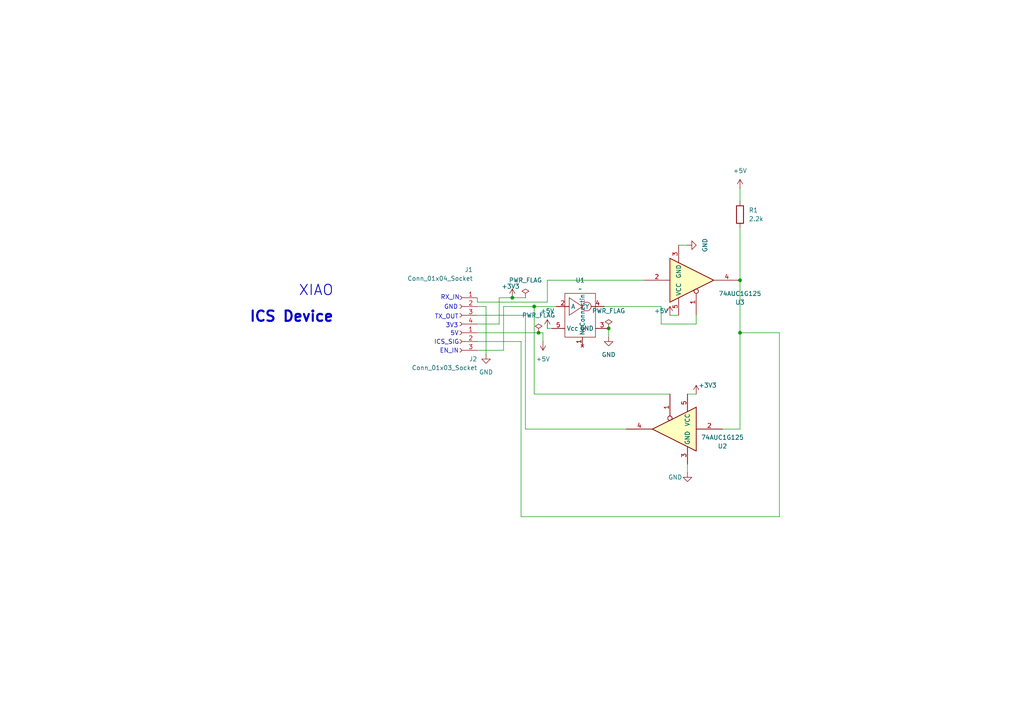
<source format=kicad_sch>
(kicad_sch
	(version 20250114)
	(generator "eeschema")
	(generator_version "9.0")
	(uuid "23dc0a84-efa5-47bb-93a6-eb98ed49fc37")
	(paper "A4")
	(lib_symbols
		(symbol "74xGxx:74AUC1G125"
			(exclude_from_sim no)
			(in_bom yes)
			(on_board yes)
			(property "Reference" "U"
				(at -2.54 3.81 0)
				(effects
					(font
						(size 1.27 1.27)
					)
				)
			)
			(property "Value" "74AUC1G125"
				(at 0 -3.81 0)
				(effects
					(font
						(size 1.27 1.27)
					)
				)
			)
			(property "Footprint" ""
				(at 0 0 0)
				(effects
					(font
						(size 1.27 1.27)
					)
					(hide yes)
				)
			)
			(property "Datasheet" "http://www.ti.com/lit/sg/scyt129e/scyt129e.pdf"
				(at 0 0 0)
				(effects
					(font
						(size 1.27 1.27)
					)
					(hide yes)
				)
			)
			(property "Description" "Single Buffer Gate Tri-State, Low-Voltage CMOS"
				(at 0 0 0)
				(effects
					(font
						(size 1.27 1.27)
					)
					(hide yes)
				)
			)
			(property "ki_keywords" "Single Gate Buff Tri-State LVC CMOS"
				(at 0 0 0)
				(effects
					(font
						(size 1.27 1.27)
					)
					(hide yes)
				)
			)
			(property "ki_fp_filters" "SOT* SG-*"
				(at 0 0 0)
				(effects
					(font
						(size 1.27 1.27)
					)
					(hide yes)
				)
			)
			(symbol "74AUC1G125_0_1"
				(polyline
					(pts
						(xy -7.62 6.35) (xy -7.62 -6.35) (xy 5.08 0) (xy -7.62 6.35)
					)
					(stroke
						(width 0.254)
						(type default)
					)
					(fill
						(type background)
					)
				)
			)
			(symbol "74AUC1G125_1_1"
				(pin input line
					(at -15.24 0 0)
					(length 7.62)
					(name "~"
						(effects
							(font
								(size 1.27 1.27)
							)
						)
					)
					(number "2"
						(effects
							(font
								(size 1.27 1.27)
							)
						)
					)
				)
				(pin power_in line
					(at -5.08 10.16 270)
					(length 5.08)
					(name "VCC"
						(effects
							(font
								(size 1.27 1.27)
							)
						)
					)
					(number "5"
						(effects
							(font
								(size 1.27 1.27)
							)
						)
					)
				)
				(pin power_in line
					(at -5.08 -10.16 90)
					(length 5.08)
					(name "GND"
						(effects
							(font
								(size 1.27 1.27)
							)
						)
					)
					(number "3"
						(effects
							(font
								(size 1.27 1.27)
							)
						)
					)
				)
				(pin input inverted
					(at 0 10.16 270)
					(length 7.62)
					(name "~"
						(effects
							(font
								(size 1.27 1.27)
							)
						)
					)
					(number "1"
						(effects
							(font
								(size 1.27 1.27)
							)
						)
					)
				)
				(pin tri_state line
					(at 12.7 0 180)
					(length 7.62)
					(name "~"
						(effects
							(font
								(size 1.27 1.27)
							)
						)
					)
					(number "4"
						(effects
							(font
								(size 1.27 1.27)
							)
						)
					)
				)
			)
			(embedded_fonts no)
		)
		(symbol "Connector:Conn_01x03_Socket"
			(pin_names
				(offset 1.016)
				(hide yes)
			)
			(exclude_from_sim no)
			(in_bom yes)
			(on_board yes)
			(property "Reference" "J"
				(at 0 5.08 0)
				(effects
					(font
						(size 1.27 1.27)
					)
				)
			)
			(property "Value" "Conn_01x03_Socket"
				(at 0 -5.08 0)
				(effects
					(font
						(size 1.27 1.27)
					)
				)
			)
			(property "Footprint" ""
				(at 0 0 0)
				(effects
					(font
						(size 1.27 1.27)
					)
					(hide yes)
				)
			)
			(property "Datasheet" "~"
				(at 0 0 0)
				(effects
					(font
						(size 1.27 1.27)
					)
					(hide yes)
				)
			)
			(property "Description" "Generic connector, single row, 01x03, script generated"
				(at 0 0 0)
				(effects
					(font
						(size 1.27 1.27)
					)
					(hide yes)
				)
			)
			(property "ki_locked" ""
				(at 0 0 0)
				(effects
					(font
						(size 1.27 1.27)
					)
				)
			)
			(property "ki_keywords" "connector"
				(at 0 0 0)
				(effects
					(font
						(size 1.27 1.27)
					)
					(hide yes)
				)
			)
			(property "ki_fp_filters" "Connector*:*_1x??_*"
				(at 0 0 0)
				(effects
					(font
						(size 1.27 1.27)
					)
					(hide yes)
				)
			)
			(symbol "Conn_01x03_Socket_1_1"
				(polyline
					(pts
						(xy -1.27 2.54) (xy -0.508 2.54)
					)
					(stroke
						(width 0.1524)
						(type default)
					)
					(fill
						(type none)
					)
				)
				(polyline
					(pts
						(xy -1.27 0) (xy -0.508 0)
					)
					(stroke
						(width 0.1524)
						(type default)
					)
					(fill
						(type none)
					)
				)
				(polyline
					(pts
						(xy -1.27 -2.54) (xy -0.508 -2.54)
					)
					(stroke
						(width 0.1524)
						(type default)
					)
					(fill
						(type none)
					)
				)
				(arc
					(start 0 2.032)
					(mid -0.5058 2.54)
					(end 0 3.048)
					(stroke
						(width 0.1524)
						(type default)
					)
					(fill
						(type none)
					)
				)
				(arc
					(start 0 -0.508)
					(mid -0.5058 0)
					(end 0 0.508)
					(stroke
						(width 0.1524)
						(type default)
					)
					(fill
						(type none)
					)
				)
				(arc
					(start 0 -3.048)
					(mid -0.5058 -2.54)
					(end 0 -2.032)
					(stroke
						(width 0.1524)
						(type default)
					)
					(fill
						(type none)
					)
				)
				(pin passive line
					(at -5.08 2.54 0)
					(length 3.81)
					(name "Pin_1"
						(effects
							(font
								(size 1.27 1.27)
							)
						)
					)
					(number "1"
						(effects
							(font
								(size 1.27 1.27)
							)
						)
					)
				)
				(pin passive line
					(at -5.08 0 0)
					(length 3.81)
					(name "Pin_2"
						(effects
							(font
								(size 1.27 1.27)
							)
						)
					)
					(number "2"
						(effects
							(font
								(size 1.27 1.27)
							)
						)
					)
				)
				(pin passive line
					(at -5.08 -2.54 0)
					(length 3.81)
					(name "Pin_3"
						(effects
							(font
								(size 1.27 1.27)
							)
						)
					)
					(number "3"
						(effects
							(font
								(size 1.27 1.27)
							)
						)
					)
				)
			)
			(embedded_fonts no)
		)
		(symbol "Connector:Conn_01x04_Socket"
			(pin_names
				(offset 1.016)
				(hide yes)
			)
			(exclude_from_sim no)
			(in_bom yes)
			(on_board yes)
			(property "Reference" "J"
				(at 0 5.08 0)
				(effects
					(font
						(size 1.27 1.27)
					)
				)
			)
			(property "Value" "Conn_01x04_Socket"
				(at 0 -7.62 0)
				(effects
					(font
						(size 1.27 1.27)
					)
				)
			)
			(property "Footprint" ""
				(at 0 0 0)
				(effects
					(font
						(size 1.27 1.27)
					)
					(hide yes)
				)
			)
			(property "Datasheet" "~"
				(at 0 0 0)
				(effects
					(font
						(size 1.27 1.27)
					)
					(hide yes)
				)
			)
			(property "Description" "Generic connector, single row, 01x04, script generated"
				(at 0 0 0)
				(effects
					(font
						(size 1.27 1.27)
					)
					(hide yes)
				)
			)
			(property "ki_locked" ""
				(at 0 0 0)
				(effects
					(font
						(size 1.27 1.27)
					)
				)
			)
			(property "ki_keywords" "connector"
				(at 0 0 0)
				(effects
					(font
						(size 1.27 1.27)
					)
					(hide yes)
				)
			)
			(property "ki_fp_filters" "Connector*:*_1x??_*"
				(at 0 0 0)
				(effects
					(font
						(size 1.27 1.27)
					)
					(hide yes)
				)
			)
			(symbol "Conn_01x04_Socket_1_1"
				(polyline
					(pts
						(xy -1.27 2.54) (xy -0.508 2.54)
					)
					(stroke
						(width 0.1524)
						(type default)
					)
					(fill
						(type none)
					)
				)
				(polyline
					(pts
						(xy -1.27 0) (xy -0.508 0)
					)
					(stroke
						(width 0.1524)
						(type default)
					)
					(fill
						(type none)
					)
				)
				(polyline
					(pts
						(xy -1.27 -2.54) (xy -0.508 -2.54)
					)
					(stroke
						(width 0.1524)
						(type default)
					)
					(fill
						(type none)
					)
				)
				(polyline
					(pts
						(xy -1.27 -5.08) (xy -0.508 -5.08)
					)
					(stroke
						(width 0.1524)
						(type default)
					)
					(fill
						(type none)
					)
				)
				(arc
					(start 0 2.032)
					(mid -0.5058 2.54)
					(end 0 3.048)
					(stroke
						(width 0.1524)
						(type default)
					)
					(fill
						(type none)
					)
				)
				(arc
					(start 0 -0.508)
					(mid -0.5058 0)
					(end 0 0.508)
					(stroke
						(width 0.1524)
						(type default)
					)
					(fill
						(type none)
					)
				)
				(arc
					(start 0 -3.048)
					(mid -0.5058 -2.54)
					(end 0 -2.032)
					(stroke
						(width 0.1524)
						(type default)
					)
					(fill
						(type none)
					)
				)
				(arc
					(start 0 -5.588)
					(mid -0.5058 -5.08)
					(end 0 -4.572)
					(stroke
						(width 0.1524)
						(type default)
					)
					(fill
						(type none)
					)
				)
				(pin passive line
					(at -5.08 2.54 0)
					(length 3.81)
					(name "Pin_1"
						(effects
							(font
								(size 1.27 1.27)
							)
						)
					)
					(number "1"
						(effects
							(font
								(size 1.27 1.27)
							)
						)
					)
				)
				(pin passive line
					(at -5.08 0 0)
					(length 3.81)
					(name "Pin_2"
						(effects
							(font
								(size 1.27 1.27)
							)
						)
					)
					(number "2"
						(effects
							(font
								(size 1.27 1.27)
							)
						)
					)
				)
				(pin passive line
					(at -5.08 -2.54 0)
					(length 3.81)
					(name "Pin_3"
						(effects
							(font
								(size 1.27 1.27)
							)
						)
					)
					(number "3"
						(effects
							(font
								(size 1.27 1.27)
							)
						)
					)
				)
				(pin passive line
					(at -5.08 -5.08 0)
					(length 3.81)
					(name "Pin_4"
						(effects
							(font
								(size 1.27 1.27)
							)
						)
					)
					(number "4"
						(effects
							(font
								(size 1.27 1.27)
							)
						)
					)
				)
			)
			(embedded_fonts no)
		)
		(symbol "Device:R"
			(pin_numbers
				(hide yes)
			)
			(pin_names
				(offset 0)
			)
			(exclude_from_sim no)
			(in_bom yes)
			(on_board yes)
			(property "Reference" "R"
				(at 2.032 0 90)
				(effects
					(font
						(size 1.27 1.27)
					)
				)
			)
			(property "Value" "R"
				(at 0 0 90)
				(effects
					(font
						(size 1.27 1.27)
					)
				)
			)
			(property "Footprint" ""
				(at -1.778 0 90)
				(effects
					(font
						(size 1.27 1.27)
					)
					(hide yes)
				)
			)
			(property "Datasheet" "~"
				(at 0 0 0)
				(effects
					(font
						(size 1.27 1.27)
					)
					(hide yes)
				)
			)
			(property "Description" "Resistor"
				(at 0 0 0)
				(effects
					(font
						(size 1.27 1.27)
					)
					(hide yes)
				)
			)
			(property "ki_keywords" "R res resistor"
				(at 0 0 0)
				(effects
					(font
						(size 1.27 1.27)
					)
					(hide yes)
				)
			)
			(property "ki_fp_filters" "R_*"
				(at 0 0 0)
				(effects
					(font
						(size 1.27 1.27)
					)
					(hide yes)
				)
			)
			(symbol "R_0_1"
				(rectangle
					(start -1.016 -2.54)
					(end 1.016 2.54)
					(stroke
						(width 0.254)
						(type default)
					)
					(fill
						(type none)
					)
				)
			)
			(symbol "R_1_1"
				(pin passive line
					(at 0 3.81 270)
					(length 1.27)
					(name "~"
						(effects
							(font
								(size 1.27 1.27)
							)
						)
					)
					(number "1"
						(effects
							(font
								(size 1.27 1.27)
							)
						)
					)
				)
				(pin passive line
					(at 0 -3.81 90)
					(length 1.27)
					(name "~"
						(effects
							(font
								(size 1.27 1.27)
							)
						)
					)
					(number "2"
						(effects
							(font
								(size 1.27 1.27)
							)
						)
					)
				)
			)
			(embedded_fonts no)
		)
		(symbol "ICS:74AHC1G04W5"
			(exclude_from_sim no)
			(in_bom yes)
			(on_board yes)
			(property "Reference" "U1"
				(at 0.635 10.16 0)
				(effects
					(font
						(size 1.27 1.27)
					)
				)
			)
			(property "Value" "~"
				(at 0.635 7.62 0)
				(effects
					(font
						(size 1.27 1.27)
					)
				)
			)
			(property "Footprint" "ICS_footprint:74AHC1G04W5"
				(at 0 0 0)
				(effects
					(font
						(size 1.27 1.27)
					)
					(hide yes)
				)
			)
			(property "Datasheet" ""
				(at 0 0 0)
				(effects
					(font
						(size 1.27 1.27)
					)
					(hide yes)
				)
			)
			(property "Description" ""
				(at 0 0 0)
				(effects
					(font
						(size 1.27 1.27)
					)
					(hide yes)
				)
			)
			(symbol "74AHC1G04W5_0_1"
				(rectangle
					(start -3.81 6.35)
					(end 5.08 -6.35)
					(stroke
						(width 0)
						(type default)
					)
					(fill
						(type none)
					)
				)
				(polyline
					(pts
						(xy -2.54 5.08) (xy -2.54 0) (xy 1.27 2.54) (xy -2.54 5.08)
					)
					(stroke
						(width 0)
						(type default)
					)
					(fill
						(type none)
					)
				)
				(circle
					(center 2.54 2.54)
					(radius 1.27)
					(stroke
						(width 0)
						(type default)
					)
					(fill
						(type none)
					)
				)
			)
			(symbol "74AHC1G04W5_1_1"
				(pin power_in line
					(at -7.62 -3.81 0)
					(length 3.81)
					(name "Vcc"
						(effects
							(font
								(size 1.27 1.27)
							)
						)
					)
					(number "5"
						(effects
							(font
								(size 1.27 1.27)
							)
						)
					)
				)
				(pin input line
					(at -6.35 2.54 0)
					(length 3.81)
					(name "A"
						(effects
							(font
								(size 1.27 1.27)
							)
						)
					)
					(number "2"
						(effects
							(font
								(size 1.27 1.27)
							)
						)
					)
				)
				(pin no_connect line
					(at 1.27 -8.89 90)
					(length 2.54)
					(name "NoConnectin"
						(effects
							(font
								(size 1.27 1.27)
							)
						)
					)
					(number "1"
						(effects
							(font
								(size 1.27 1.27)
							)
						)
					)
				)
				(pin output line
					(at 7.62 2.54 180)
					(length 3.81)
					(name "Y"
						(effects
							(font
								(size 1.27 1.27)
							)
						)
					)
					(number "4"
						(effects
							(font
								(size 1.27 1.27)
							)
						)
					)
				)
				(pin passive line
					(at 8.89 -3.81 180)
					(length 3.81)
					(name "GND"
						(effects
							(font
								(size 1.27 1.27)
							)
						)
					)
					(number "3"
						(effects
							(font
								(size 1.27 1.27)
							)
						)
					)
				)
			)
			(embedded_fonts no)
		)
		(symbol "power:+3V3"
			(power)
			(pin_numbers
				(hide yes)
			)
			(pin_names
				(offset 0)
				(hide yes)
			)
			(exclude_from_sim no)
			(in_bom yes)
			(on_board yes)
			(property "Reference" "#PWR"
				(at 0 -3.81 0)
				(effects
					(font
						(size 1.27 1.27)
					)
					(hide yes)
				)
			)
			(property "Value" "+3V3"
				(at 0 3.556 0)
				(effects
					(font
						(size 1.27 1.27)
					)
				)
			)
			(property "Footprint" ""
				(at 0 0 0)
				(effects
					(font
						(size 1.27 1.27)
					)
					(hide yes)
				)
			)
			(property "Datasheet" ""
				(at 0 0 0)
				(effects
					(font
						(size 1.27 1.27)
					)
					(hide yes)
				)
			)
			(property "Description" "Power symbol creates a global label with name \"+3V3\""
				(at 0 0 0)
				(effects
					(font
						(size 1.27 1.27)
					)
					(hide yes)
				)
			)
			(property "ki_keywords" "global power"
				(at 0 0 0)
				(effects
					(font
						(size 1.27 1.27)
					)
					(hide yes)
				)
			)
			(symbol "+3V3_0_1"
				(polyline
					(pts
						(xy -0.762 1.27) (xy 0 2.54)
					)
					(stroke
						(width 0)
						(type default)
					)
					(fill
						(type none)
					)
				)
				(polyline
					(pts
						(xy 0 2.54) (xy 0.762 1.27)
					)
					(stroke
						(width 0)
						(type default)
					)
					(fill
						(type none)
					)
				)
				(polyline
					(pts
						(xy 0 0) (xy 0 2.54)
					)
					(stroke
						(width 0)
						(type default)
					)
					(fill
						(type none)
					)
				)
			)
			(symbol "+3V3_1_1"
				(pin power_in line
					(at 0 0 90)
					(length 0)
					(name "~"
						(effects
							(font
								(size 1.27 1.27)
							)
						)
					)
					(number "1"
						(effects
							(font
								(size 1.27 1.27)
							)
						)
					)
				)
			)
			(embedded_fonts no)
		)
		(symbol "power:+5V"
			(power)
			(pin_numbers
				(hide yes)
			)
			(pin_names
				(offset 0)
				(hide yes)
			)
			(exclude_from_sim no)
			(in_bom yes)
			(on_board yes)
			(property "Reference" "#PWR"
				(at 0 -3.81 0)
				(effects
					(font
						(size 1.27 1.27)
					)
					(hide yes)
				)
			)
			(property "Value" "+5V"
				(at 0 3.556 0)
				(effects
					(font
						(size 1.27 1.27)
					)
				)
			)
			(property "Footprint" ""
				(at 0 0 0)
				(effects
					(font
						(size 1.27 1.27)
					)
					(hide yes)
				)
			)
			(property "Datasheet" ""
				(at 0 0 0)
				(effects
					(font
						(size 1.27 1.27)
					)
					(hide yes)
				)
			)
			(property "Description" "Power symbol creates a global label with name \"+5V\""
				(at 0 0 0)
				(effects
					(font
						(size 1.27 1.27)
					)
					(hide yes)
				)
			)
			(property "ki_keywords" "global power"
				(at 0 0 0)
				(effects
					(font
						(size 1.27 1.27)
					)
					(hide yes)
				)
			)
			(symbol "+5V_0_1"
				(polyline
					(pts
						(xy -0.762 1.27) (xy 0 2.54)
					)
					(stroke
						(width 0)
						(type default)
					)
					(fill
						(type none)
					)
				)
				(polyline
					(pts
						(xy 0 2.54) (xy 0.762 1.27)
					)
					(stroke
						(width 0)
						(type default)
					)
					(fill
						(type none)
					)
				)
				(polyline
					(pts
						(xy 0 0) (xy 0 2.54)
					)
					(stroke
						(width 0)
						(type default)
					)
					(fill
						(type none)
					)
				)
			)
			(symbol "+5V_1_1"
				(pin power_in line
					(at 0 0 90)
					(length 0)
					(name "~"
						(effects
							(font
								(size 1.27 1.27)
							)
						)
					)
					(number "1"
						(effects
							(font
								(size 1.27 1.27)
							)
						)
					)
				)
			)
			(embedded_fonts no)
		)
		(symbol "power:GND"
			(power)
			(pin_numbers
				(hide yes)
			)
			(pin_names
				(offset 0)
				(hide yes)
			)
			(exclude_from_sim no)
			(in_bom yes)
			(on_board yes)
			(property "Reference" "#PWR"
				(at 0 -6.35 0)
				(effects
					(font
						(size 1.27 1.27)
					)
					(hide yes)
				)
			)
			(property "Value" "GND"
				(at 0 -3.81 0)
				(effects
					(font
						(size 1.27 1.27)
					)
				)
			)
			(property "Footprint" ""
				(at 0 0 0)
				(effects
					(font
						(size 1.27 1.27)
					)
					(hide yes)
				)
			)
			(property "Datasheet" ""
				(at 0 0 0)
				(effects
					(font
						(size 1.27 1.27)
					)
					(hide yes)
				)
			)
			(property "Description" "Power symbol creates a global label with name \"GND\" , ground"
				(at 0 0 0)
				(effects
					(font
						(size 1.27 1.27)
					)
					(hide yes)
				)
			)
			(property "ki_keywords" "global power"
				(at 0 0 0)
				(effects
					(font
						(size 1.27 1.27)
					)
					(hide yes)
				)
			)
			(symbol "GND_0_1"
				(polyline
					(pts
						(xy 0 0) (xy 0 -1.27) (xy 1.27 -1.27) (xy 0 -2.54) (xy -1.27 -1.27) (xy 0 -1.27)
					)
					(stroke
						(width 0)
						(type default)
					)
					(fill
						(type none)
					)
				)
			)
			(symbol "GND_1_1"
				(pin power_in line
					(at 0 0 270)
					(length 0)
					(name "~"
						(effects
							(font
								(size 1.27 1.27)
							)
						)
					)
					(number "1"
						(effects
							(font
								(size 1.27 1.27)
							)
						)
					)
				)
			)
			(embedded_fonts no)
		)
		(symbol "power:PWR_FLAG"
			(power)
			(pin_numbers
				(hide yes)
			)
			(pin_names
				(offset 0)
				(hide yes)
			)
			(exclude_from_sim no)
			(in_bom yes)
			(on_board yes)
			(property "Reference" "#FLG"
				(at 0 1.905 0)
				(effects
					(font
						(size 1.27 1.27)
					)
					(hide yes)
				)
			)
			(property "Value" "PWR_FLAG"
				(at 0 3.81 0)
				(effects
					(font
						(size 1.27 1.27)
					)
				)
			)
			(property "Footprint" ""
				(at 0 0 0)
				(effects
					(font
						(size 1.27 1.27)
					)
					(hide yes)
				)
			)
			(property "Datasheet" "~"
				(at 0 0 0)
				(effects
					(font
						(size 1.27 1.27)
					)
					(hide yes)
				)
			)
			(property "Description" "Special symbol for telling ERC where power comes from"
				(at 0 0 0)
				(effects
					(font
						(size 1.27 1.27)
					)
					(hide yes)
				)
			)
			(property "ki_keywords" "flag power"
				(at 0 0 0)
				(effects
					(font
						(size 1.27 1.27)
					)
					(hide yes)
				)
			)
			(symbol "PWR_FLAG_0_0"
				(pin power_out line
					(at 0 0 90)
					(length 0)
					(name "~"
						(effects
							(font
								(size 1.27 1.27)
							)
						)
					)
					(number "1"
						(effects
							(font
								(size 1.27 1.27)
							)
						)
					)
				)
			)
			(symbol "PWR_FLAG_0_1"
				(polyline
					(pts
						(xy 0 0) (xy 0 1.27) (xy -1.016 1.905) (xy 0 2.54) (xy 1.016 1.905) (xy 0 1.27)
					)
					(stroke
						(width 0)
						(type default)
					)
					(fill
						(type none)
					)
				)
			)
			(embedded_fonts no)
		)
	)
	(text "5V"
		(exclude_from_sim no)
		(at 131.826 96.774 0)
		(effects
			(font
				(size 1.27 1.27)
			)
		)
		(uuid "2319eb81-973a-4887-8b2d-72b031a8ebad")
	)
	(text "TX_OUT"
		(exclude_from_sim no)
		(at 129.54 91.948 0)
		(effects
			(font
				(size 1.27 1.27)
			)
		)
		(uuid "51522f6c-650a-46cf-9858-be41bf8ef4ce")
	)
	(text "EN_IN"
		(exclude_from_sim no)
		(at 130.302 101.854 0)
		(effects
			(font
				(size 1.27 1.27)
			)
		)
		(uuid "74ef984a-017a-421b-9bbc-9b96e1e8d937")
	)
	(text "GND"
		(exclude_from_sim no)
		(at 130.81 89.154 0)
		(effects
			(font
				(size 1.27 1.27)
			)
		)
		(uuid "786c8a78-887c-4150-b199-3ca8f5e51635")
	)
	(text "RX_IN"
		(exclude_from_sim no)
		(at 130.556 86.36 0)
		(effects
			(font
				(size 1.27 1.27)
			)
		)
		(uuid "7918d182-911e-4bc2-9ba0-779cc607c1be")
	)
	(text "ICS_SIG"
		(exclude_from_sim no)
		(at 129.54 99.314 0)
		(effects
			(font
				(size 1.27 1.27)
			)
		)
		(uuid "81ce8e92-9739-4ba1-980d-236ac113fea0")
	)
	(text "ICS Device"
		(exclude_from_sim no)
		(at 84.582 91.948 0)
		(effects
			(font
				(size 3 3)
				(thickness 0.6)
				(bold yes)
			)
		)
		(uuid "cf7ca878-3a84-43c4-96a4-6a4159872c39")
	)
	(text "3V3"
		(exclude_from_sim no)
		(at 131.064 94.488 0)
		(effects
			(font
				(size 1.27 1.27)
			)
		)
		(uuid "d05e942c-0255-4c24-ba36-3a8701201aa1")
	)
	(text "XIAO"
		(exclude_from_sim no)
		(at 91.694 84.328 0)
		(effects
			(font
				(size 3 3)
				(thickness 0.254)
				(bold yes)
			)
		)
		(uuid "fd6376e3-82de-412d-a53e-bb24cf213aa6")
	)
	(junction
		(at 154.94 88.9)
		(diameter 0)
		(color 0 0 0 0)
		(uuid "190776e9-2219-47c7-8173-734679cce092")
	)
	(junction
		(at 156.21 96.52)
		(diameter 0)
		(color 0 0 0 0)
		(uuid "21f3642d-66d0-426c-86f2-21c28e9bc9f6")
	)
	(junction
		(at 176.53 95.25)
		(diameter 0)
		(color 0 0 0 0)
		(uuid "44479d74-66dd-4e41-ba0a-bb7a3655c3cf")
	)
	(junction
		(at 214.63 96.52)
		(diameter 0)
		(color 0 0 0 0)
		(uuid "785d2f8a-a2d9-4f2f-93a3-5c981018a0ec")
	)
	(junction
		(at 214.63 81.28)
		(diameter 0)
		(color 0 0 0 0)
		(uuid "7be748ee-efdb-43bc-9778-55f87d70d3c8")
	)
	(junction
		(at 148.59 86.36)
		(diameter 0)
		(color 0 0 0 0)
		(uuid "8e62824d-5756-4f87-9644-a1edf58828d6")
	)
	(wire
		(pts
			(xy 176.53 95.25) (xy 176.53 97.79)
		)
		(stroke
			(width 0)
			(type default)
		)
		(uuid "0255b622-17c4-417f-bcce-91fb7ec9d7e8")
	)
	(wire
		(pts
			(xy 201.93 93.98) (xy 201.93 91.44)
		)
		(stroke
			(width 0)
			(type default)
		)
		(uuid "0f789490-07b5-4bef-9282-565cc356a583")
	)
	(wire
		(pts
			(xy 138.43 87.63) (xy 158.75 87.63)
		)
		(stroke
			(width 0)
			(type default)
		)
		(uuid "122dece3-44e0-4f9f-8021-7367ffa3de54")
	)
	(wire
		(pts
			(xy 209.55 124.46) (xy 214.63 124.46)
		)
		(stroke
			(width 0)
			(type default)
		)
		(uuid "12f8cc99-8334-4d30-ae82-badbf49ed356")
	)
	(wire
		(pts
			(xy 144.78 93.98) (xy 144.78 86.36)
		)
		(stroke
			(width 0)
			(type default)
		)
		(uuid "15376405-0ed2-4a15-b4f5-5e4eec75cb23")
	)
	(wire
		(pts
			(xy 138.43 91.44) (xy 152.4 91.44)
		)
		(stroke
			(width 0)
			(type default)
		)
		(uuid "18453a19-67d1-406c-8e70-f6fb38f0fb34")
	)
	(wire
		(pts
			(xy 144.78 86.36) (xy 148.59 86.36)
		)
		(stroke
			(width 0)
			(type default)
		)
		(uuid "235b6b1c-f41b-41bd-834f-6a58c5c06275")
	)
	(wire
		(pts
			(xy 157.48 96.52) (xy 157.48 99.06)
		)
		(stroke
			(width 0)
			(type default)
		)
		(uuid "25b99a5c-d855-4205-9d3f-a3e6eab6c96a")
	)
	(wire
		(pts
			(xy 214.63 96.52) (xy 214.63 124.46)
		)
		(stroke
			(width 0)
			(type default)
		)
		(uuid "2898dc4f-d429-44a1-a841-02b4c9761d8d")
	)
	(wire
		(pts
			(xy 158.75 95.25) (xy 160.02 95.25)
		)
		(stroke
			(width 0)
			(type default)
		)
		(uuid "2f12bac2-ed52-4704-afc1-66516fc774f7")
	)
	(wire
		(pts
			(xy 138.43 87.63) (xy 138.43 86.36)
		)
		(stroke
			(width 0)
			(type default)
		)
		(uuid "33d7c080-49dc-4501-bb44-bef1c89aa0ca")
	)
	(wire
		(pts
			(xy 199.39 134.62) (xy 199.39 137.16)
		)
		(stroke
			(width 0)
			(type default)
		)
		(uuid "371b622c-6b65-435e-9cec-9bc09342df0c")
	)
	(wire
		(pts
			(xy 214.63 81.28) (xy 214.63 96.52)
		)
		(stroke
			(width 0)
			(type default)
		)
		(uuid "377890a1-7be0-44a4-be64-a0127db112ec")
	)
	(wire
		(pts
			(xy 140.97 88.9) (xy 140.97 102.87)
		)
		(stroke
			(width 0)
			(type default)
		)
		(uuid "42522f3a-1f44-4847-a9ee-bc8f5dfccd89")
	)
	(wire
		(pts
			(xy 151.13 99.06) (xy 151.13 149.86)
		)
		(stroke
			(width 0)
			(type default)
		)
		(uuid "4e3ffd6c-6610-449d-8b4d-42e89b91969a")
	)
	(wire
		(pts
			(xy 158.75 81.28) (xy 158.75 87.63)
		)
		(stroke
			(width 0)
			(type default)
		)
		(uuid "516ec63c-1b5f-4ea4-afb1-202352b40c89")
	)
	(wire
		(pts
			(xy 138.43 96.52) (xy 156.21 96.52)
		)
		(stroke
			(width 0)
			(type default)
		)
		(uuid "53fa4bc2-dee8-44f1-b9d0-bd1efdda7d54")
	)
	(wire
		(pts
			(xy 148.59 86.36) (xy 152.4 86.36)
		)
		(stroke
			(width 0)
			(type default)
		)
		(uuid "5caf49d6-f651-448a-a04c-eb8041083123")
	)
	(wire
		(pts
			(xy 156.21 96.52) (xy 157.48 96.52)
		)
		(stroke
			(width 0)
			(type default)
		)
		(uuid "5d692658-8680-4b12-82b5-0950c09cf060")
	)
	(wire
		(pts
			(xy 138.43 88.9) (xy 140.97 88.9)
		)
		(stroke
			(width 0)
			(type default)
		)
		(uuid "60f6abfa-41f4-4df0-ad54-053b828dff34")
	)
	(wire
		(pts
			(xy 181.61 124.46) (xy 152.4 124.46)
		)
		(stroke
			(width 0)
			(type default)
		)
		(uuid "6c2799a2-7712-456f-843c-30d4c037e00a")
	)
	(wire
		(pts
			(xy 138.43 99.06) (xy 151.13 99.06)
		)
		(stroke
			(width 0)
			(type default)
		)
		(uuid "7524620c-a574-4c6c-a07e-e013d1942af0")
	)
	(wire
		(pts
			(xy 196.85 71.12) (xy 199.39 71.12)
		)
		(stroke
			(width 0)
			(type default)
		)
		(uuid "78878a8e-8d2c-46fb-ae95-6c14087f1215")
	)
	(wire
		(pts
			(xy 226.06 149.86) (xy 226.06 96.52)
		)
		(stroke
			(width 0)
			(type default)
		)
		(uuid "844aefe4-1696-4701-ba05-183c46bc26b4")
	)
	(wire
		(pts
			(xy 191.77 93.98) (xy 201.93 93.98)
		)
		(stroke
			(width 0)
			(type default)
		)
		(uuid "88dbb816-dbcb-45a3-8b93-61e10ba522b5")
	)
	(wire
		(pts
			(xy 226.06 96.52) (xy 214.63 96.52)
		)
		(stroke
			(width 0)
			(type default)
		)
		(uuid "8a317429-dcaa-4e88-8e61-c35e3509fc1c")
	)
	(wire
		(pts
			(xy 138.43 93.98) (xy 144.78 93.98)
		)
		(stroke
			(width 0)
			(type default)
		)
		(uuid "9747bb1e-c118-46b6-a64e-684efeb9eac0")
	)
	(wire
		(pts
			(xy 191.77 88.9) (xy 191.77 93.98)
		)
		(stroke
			(width 0)
			(type default)
		)
		(uuid "9c406912-9a40-4d9a-aff9-721e1b9ff263")
	)
	(wire
		(pts
			(xy 154.94 88.9) (xy 154.94 114.3)
		)
		(stroke
			(width 0)
			(type default)
		)
		(uuid "a23506a5-bd37-42ec-87e0-0161193a7cba")
	)
	(wire
		(pts
			(xy 146.05 88.9) (xy 146.05 101.6)
		)
		(stroke
			(width 0)
			(type default)
		)
		(uuid "a314b77f-a6f1-44e9-8685-56f6bb4fcab2")
	)
	(wire
		(pts
			(xy 146.05 88.9) (xy 154.94 88.9)
		)
		(stroke
			(width 0)
			(type default)
		)
		(uuid "a4e0e4a3-30e6-4794-86ec-515ec8365f98")
	)
	(wire
		(pts
			(xy 154.94 88.9) (xy 161.29 88.9)
		)
		(stroke
			(width 0)
			(type default)
		)
		(uuid "b95b92a3-8637-4e8d-bb00-bda767eb2b9f")
	)
	(wire
		(pts
			(xy 214.63 54.61) (xy 214.63 58.42)
		)
		(stroke
			(width 0)
			(type default)
		)
		(uuid "c3dc55d7-a7d8-469b-9e52-0a647ea245c2")
	)
	(wire
		(pts
			(xy 194.31 91.44) (xy 196.85 91.44)
		)
		(stroke
			(width 0)
			(type default)
		)
		(uuid "c65c026e-33db-4afa-ab33-be9dba6963cf")
	)
	(wire
		(pts
			(xy 194.31 114.3) (xy 154.94 114.3)
		)
		(stroke
			(width 0)
			(type default)
		)
		(uuid "c7e3aed9-f022-4265-b438-14f4e9496020")
	)
	(wire
		(pts
			(xy 158.75 81.28) (xy 186.69 81.28)
		)
		(stroke
			(width 0)
			(type default)
		)
		(uuid "cf143bbd-b559-4c35-a110-d07ac73d8e42")
	)
	(wire
		(pts
			(xy 214.63 66.04) (xy 214.63 81.28)
		)
		(stroke
			(width 0)
			(type default)
		)
		(uuid "eba2f800-c087-457c-8b0d-37b7fb9e86d8")
	)
	(wire
		(pts
			(xy 152.4 91.44) (xy 152.4 124.46)
		)
		(stroke
			(width 0)
			(type default)
		)
		(uuid "f475c76b-92dc-4af4-af5a-3ab1fffe766d")
	)
	(wire
		(pts
			(xy 199.39 114.3) (xy 201.93 114.3)
		)
		(stroke
			(width 0)
			(type default)
		)
		(uuid "f6614aa9-dc2f-4c73-a156-a6c01812aaa5")
	)
	(wire
		(pts
			(xy 175.26 88.9) (xy 191.77 88.9)
		)
		(stroke
			(width 0)
			(type default)
		)
		(uuid "f675c6d0-81c4-43bb-9cc2-643c582ee9ac")
	)
	(wire
		(pts
			(xy 146.05 101.6) (xy 138.43 101.6)
		)
		(stroke
			(width 0)
			(type default)
		)
		(uuid "fe1297fb-0789-49d3-b32e-87be92385e43")
	)
	(wire
		(pts
			(xy 151.13 149.86) (xy 226.06 149.86)
		)
		(stroke
			(width 0)
			(type default)
		)
		(uuid "ffbeecb5-788f-476a-a4e7-577a2f2f643f")
	)
	(symbol
		(lib_id "power:+5V")
		(at 157.48 99.06 180)
		(unit 1)
		(exclude_from_sim no)
		(in_bom yes)
		(on_board yes)
		(dnp no)
		(fields_autoplaced yes)
		(uuid "13792181-e61f-42c4-a22e-c8067a31560a")
		(property "Reference" "#PWR03"
			(at 157.48 95.25 0)
			(effects
				(font
					(size 1.27 1.27)
				)
				(hide yes)
			)
		)
		(property "Value" "+5V"
			(at 157.48 104.14 0)
			(effects
				(font
					(size 1.27 1.27)
				)
			)
		)
		(property "Footprint" ""
			(at 157.48 99.06 0)
			(effects
				(font
					(size 1.27 1.27)
				)
				(hide yes)
			)
		)
		(property "Datasheet" ""
			(at 157.48 99.06 0)
			(effects
				(font
					(size 1.27 1.27)
				)
				(hide yes)
			)
		)
		(property "Description" "Power symbol creates a global label with name \"+5V\""
			(at 157.48 99.06 0)
			(effects
				(font
					(size 1.27 1.27)
				)
				(hide yes)
			)
		)
		(pin "1"
			(uuid "f0058c4e-cb5e-463c-a080-8111fdf6093c")
		)
		(instances
			(project "ICS"
				(path "/23dc0a84-efa5-47bb-93a6-eb98ed49fc37"
					(reference "#PWR03")
					(unit 1)
				)
			)
		)
	)
	(symbol
		(lib_id "power:GND")
		(at 176.53 97.79 0)
		(unit 1)
		(exclude_from_sim no)
		(in_bom yes)
		(on_board yes)
		(dnp no)
		(fields_autoplaced yes)
		(uuid "22af0181-b73c-4ed2-9762-121a8c2e8593")
		(property "Reference" "#PWR05"
			(at 176.53 104.14 0)
			(effects
				(font
					(size 1.27 1.27)
				)
				(hide yes)
			)
		)
		(property "Value" "GND"
			(at 176.53 102.87 0)
			(effects
				(font
					(size 1.27 1.27)
				)
			)
		)
		(property "Footprint" ""
			(at 176.53 97.79 0)
			(effects
				(font
					(size 1.27 1.27)
				)
				(hide yes)
			)
		)
		(property "Datasheet" ""
			(at 176.53 97.79 0)
			(effects
				(font
					(size 1.27 1.27)
				)
				(hide yes)
			)
		)
		(property "Description" "Power symbol creates a global label with name \"GND\" , ground"
			(at 176.53 97.79 0)
			(effects
				(font
					(size 1.27 1.27)
				)
				(hide yes)
			)
		)
		(pin "1"
			(uuid "eaa4b2d4-3da2-4293-bac7-ffab035c58e8")
		)
		(instances
			(project "ICS"
				(path "/23dc0a84-efa5-47bb-93a6-eb98ed49fc37"
					(reference "#PWR05")
					(unit 1)
				)
			)
		)
	)
	(symbol
		(lib_id "74xGxx:74AUC1G125")
		(at 201.93 81.28 0)
		(mirror x)
		(unit 1)
		(exclude_from_sim no)
		(in_bom yes)
		(on_board yes)
		(dnp no)
		(uuid "24100491-6655-4f40-902c-f9404041e0b5")
		(property "Reference" "U3"
			(at 214.63 87.7002 0)
			(effects
				(font
					(size 1.27 1.27)
				)
			)
		)
		(property "Value" "74AUC1G125"
			(at 214.63 85.1602 0)
			(effects
				(font
					(size 1.27 1.27)
				)
			)
		)
		(property "Footprint" "ICS_footprint:74AHC1G04W5"
			(at 201.93 81.28 0)
			(effects
				(font
					(size 1.27 1.27)
				)
				(hide yes)
			)
		)
		(property "Datasheet" "http://www.ti.com/lit/sg/scyt129e/scyt129e.pdf"
			(at 201.93 81.28 0)
			(effects
				(font
					(size 1.27 1.27)
				)
				(hide yes)
			)
		)
		(property "Description" "Single Buffer Gate Tri-State, Low-Voltage CMOS"
			(at 201.93 81.28 0)
			(effects
				(font
					(size 1.27 1.27)
				)
				(hide yes)
			)
		)
		(pin "5"
			(uuid "c1bd8c67-f437-4bc2-baba-6552ceac9b0b")
		)
		(pin "3"
			(uuid "ccc2654b-32ca-450f-91d9-5ae66c78dfd6")
		)
		(pin "2"
			(uuid "df1314ae-3da7-4da0-8951-b376febec66b")
		)
		(pin "1"
			(uuid "9aeef13d-5354-4a00-840e-77f610099569")
		)
		(pin "4"
			(uuid "495de616-1d84-4611-851b-64c389ec615f")
		)
		(instances
			(project ""
				(path "/23dc0a84-efa5-47bb-93a6-eb98ed49fc37"
					(reference "U3")
					(unit 1)
				)
			)
		)
	)
	(symbol
		(lib_id "power:GND")
		(at 140.97 102.87 0)
		(unit 1)
		(exclude_from_sim no)
		(in_bom yes)
		(on_board yes)
		(dnp no)
		(fields_autoplaced yes)
		(uuid "2818e667-8020-4b71-9fe9-cb9add07bfd7")
		(property "Reference" "#PWR01"
			(at 140.97 109.22 0)
			(effects
				(font
					(size 1.27 1.27)
				)
				(hide yes)
			)
		)
		(property "Value" "GND"
			(at 140.97 107.95 0)
			(effects
				(font
					(size 1.27 1.27)
				)
			)
		)
		(property "Footprint" ""
			(at 140.97 102.87 0)
			(effects
				(font
					(size 1.27 1.27)
				)
				(hide yes)
			)
		)
		(property "Datasheet" ""
			(at 140.97 102.87 0)
			(effects
				(font
					(size 1.27 1.27)
				)
				(hide yes)
			)
		)
		(property "Description" "Power symbol creates a global label with name \"GND\" , ground"
			(at 140.97 102.87 0)
			(effects
				(font
					(size 1.27 1.27)
				)
				(hide yes)
			)
		)
		(pin "1"
			(uuid "d02a1bbf-cf55-4d54-a0d5-8bb1a017af90")
		)
		(instances
			(project "ICS"
				(path "/23dc0a84-efa5-47bb-93a6-eb98ed49fc37"
					(reference "#PWR01")
					(unit 1)
				)
			)
		)
	)
	(symbol
		(lib_id "power:+3V3")
		(at 148.59 86.36 0)
		(unit 1)
		(exclude_from_sim no)
		(in_bom yes)
		(on_board yes)
		(dnp no)
		(uuid "386c6d13-89ed-47d1-9693-8c7ec4219d9c")
		(property "Reference" "#PWR02"
			(at 148.59 90.17 0)
			(effects
				(font
					(size 1.27 1.27)
				)
				(hide yes)
			)
		)
		(property "Value" "+3V3"
			(at 148.082 83.058 0)
			(effects
				(font
					(size 1.27 1.27)
				)
			)
		)
		(property "Footprint" ""
			(at 148.59 86.36 0)
			(effects
				(font
					(size 1.27 1.27)
				)
				(hide yes)
			)
		)
		(property "Datasheet" ""
			(at 148.59 86.36 0)
			(effects
				(font
					(size 1.27 1.27)
				)
				(hide yes)
			)
		)
		(property "Description" "Power symbol creates a global label with name \"+3V3\""
			(at 148.59 86.36 0)
			(effects
				(font
					(size 1.27 1.27)
				)
				(hide yes)
			)
		)
		(pin "1"
			(uuid "b9ee476c-66cb-4684-ba3e-90e0ded404e5")
		)
		(instances
			(project "ICS"
				(path "/23dc0a84-efa5-47bb-93a6-eb98ed49fc37"
					(reference "#PWR02")
					(unit 1)
				)
			)
		)
	)
	(symbol
		(lib_id "power:+5V")
		(at 194.31 91.44 0)
		(unit 1)
		(exclude_from_sim no)
		(in_bom yes)
		(on_board yes)
		(dnp no)
		(uuid "46d3afbd-c8a0-49fe-a3bc-a2429107ea9e")
		(property "Reference" "#PWR06"
			(at 194.31 95.25 0)
			(effects
				(font
					(size 1.27 1.27)
				)
				(hide yes)
			)
		)
		(property "Value" "+5V"
			(at 191.77 90.17 0)
			(effects
				(font
					(size 1.27 1.27)
				)
			)
		)
		(property "Footprint" ""
			(at 194.31 91.44 0)
			(effects
				(font
					(size 1.27 1.27)
				)
				(hide yes)
			)
		)
		(property "Datasheet" ""
			(at 194.31 91.44 0)
			(effects
				(font
					(size 1.27 1.27)
				)
				(hide yes)
			)
		)
		(property "Description" "Power symbol creates a global label with name \"+5V\""
			(at 194.31 91.44 0)
			(effects
				(font
					(size 1.27 1.27)
				)
				(hide yes)
			)
		)
		(pin "1"
			(uuid "ed4bc612-0541-49a4-bfd4-64908f0d078c")
		)
		(instances
			(project "ICS"
				(path "/23dc0a84-efa5-47bb-93a6-eb98ed49fc37"
					(reference "#PWR06")
					(unit 1)
				)
			)
		)
	)
	(symbol
		(lib_id "power:PWR_FLAG")
		(at 152.4 86.36 0)
		(unit 1)
		(exclude_from_sim no)
		(in_bom yes)
		(on_board yes)
		(dnp no)
		(fields_autoplaced yes)
		(uuid "4a04eebe-2548-4d26-8101-2a7a4a35fad1")
		(property "Reference" "#FLG01"
			(at 152.4 84.455 0)
			(effects
				(font
					(size 1.27 1.27)
				)
				(hide yes)
			)
		)
		(property "Value" "PWR_FLAG"
			(at 152.4 81.28 0)
			(effects
				(font
					(size 1.27 1.27)
				)
			)
		)
		(property "Footprint" ""
			(at 152.4 86.36 0)
			(effects
				(font
					(size 1.27 1.27)
				)
				(hide yes)
			)
		)
		(property "Datasheet" "~"
			(at 152.4 86.36 0)
			(effects
				(font
					(size 1.27 1.27)
				)
				(hide yes)
			)
		)
		(property "Description" "Special symbol for telling ERC where power comes from"
			(at 152.4 86.36 0)
			(effects
				(font
					(size 1.27 1.27)
				)
				(hide yes)
			)
		)
		(pin "1"
			(uuid "ba5e7185-8b1c-463d-a763-52854907d347")
		)
		(instances
			(project ""
				(path "/23dc0a84-efa5-47bb-93a6-eb98ed49fc37"
					(reference "#FLG01")
					(unit 1)
				)
			)
		)
	)
	(symbol
		(lib_id "power:+5V")
		(at 214.63 54.61 0)
		(unit 1)
		(exclude_from_sim no)
		(in_bom yes)
		(on_board yes)
		(dnp no)
		(fields_autoplaced yes)
		(uuid "4e13e6b6-915e-40c5-9294-c7486bc703d6")
		(property "Reference" "#PWR010"
			(at 214.63 58.42 0)
			(effects
				(font
					(size 1.27 1.27)
				)
				(hide yes)
			)
		)
		(property "Value" "+5V"
			(at 214.63 49.53 0)
			(effects
				(font
					(size 1.27 1.27)
				)
			)
		)
		(property "Footprint" ""
			(at 214.63 54.61 0)
			(effects
				(font
					(size 1.27 1.27)
				)
				(hide yes)
			)
		)
		(property "Datasheet" ""
			(at 214.63 54.61 0)
			(effects
				(font
					(size 1.27 1.27)
				)
				(hide yes)
			)
		)
		(property "Description" "Power symbol creates a global label with name \"+5V\""
			(at 214.63 54.61 0)
			(effects
				(font
					(size 1.27 1.27)
				)
				(hide yes)
			)
		)
		(pin "1"
			(uuid "672ee3c8-6230-43a0-a754-120d2e4ca708")
		)
		(instances
			(project "ICS"
				(path "/23dc0a84-efa5-47bb-93a6-eb98ed49fc37"
					(reference "#PWR010")
					(unit 1)
				)
			)
		)
	)
	(symbol
		(lib_id "Device:R")
		(at 214.63 62.23 0)
		(unit 1)
		(exclude_from_sim no)
		(in_bom yes)
		(on_board yes)
		(dnp no)
		(fields_autoplaced yes)
		(uuid "6e43faef-2054-4c1a-bdb8-6547528665b5")
		(property "Reference" "R1"
			(at 217.17 60.9599 0)
			(effects
				(font
					(size 1.27 1.27)
				)
				(justify left)
			)
		)
		(property "Value" "2.2k"
			(at 217.17 63.4999 0)
			(effects
				(font
					(size 1.27 1.27)
				)
				(justify left)
			)
		)
		(property "Footprint" "Resistor_SMD:R_0805_2012Metric"
			(at 212.852 62.23 90)
			(effects
				(font
					(size 1.27 1.27)
				)
				(hide yes)
			)
		)
		(property "Datasheet" "~"
			(at 214.63 62.23 0)
			(effects
				(font
					(size 1.27 1.27)
				)
				(hide yes)
			)
		)
		(property "Description" "Resistor"
			(at 214.63 62.23 0)
			(effects
				(font
					(size 1.27 1.27)
				)
				(hide yes)
			)
		)
		(pin "2"
			(uuid "23e8ee8b-7500-4252-831d-e07dfd0b3bb0")
		)
		(pin "1"
			(uuid "14bf5db4-0d90-4577-b70b-09bfaeb1c679")
		)
		(instances
			(project "ICS"
				(path "/23dc0a84-efa5-47bb-93a6-eb98ed49fc37"
					(reference "R1")
					(unit 1)
				)
			)
		)
	)
	(symbol
		(lib_id "74xGxx:74AUC1G125")
		(at 194.31 124.46 0)
		(mirror y)
		(unit 1)
		(exclude_from_sim no)
		(in_bom yes)
		(on_board yes)
		(dnp no)
		(uuid "702b2fe3-81fd-4a28-8ecf-16f5b3c562dd")
		(property "Reference" "U2"
			(at 209.55 129.4132 0)
			(effects
				(font
					(size 1.27 1.27)
				)
			)
		)
		(property "Value" "74AUC1G125"
			(at 209.55 126.8732 0)
			(effects
				(font
					(size 1.27 1.27)
				)
			)
		)
		(property "Footprint" "ICS_footprint:74AHC1G04W5"
			(at 194.31 124.46 0)
			(effects
				(font
					(size 1.27 1.27)
				)
				(hide yes)
			)
		)
		(property "Datasheet" "http://www.ti.com/lit/sg/scyt129e/scyt129e.pdf"
			(at 194.31 124.46 0)
			(effects
				(font
					(size 1.27 1.27)
				)
				(hide yes)
			)
		)
		(property "Description" "Single Buffer Gate Tri-State, Low-Voltage CMOS"
			(at 194.31 124.46 0)
			(effects
				(font
					(size 1.27 1.27)
				)
				(hide yes)
			)
		)
		(pin "5"
			(uuid "0d53a26b-4c6b-42ce-97f8-b835d3a2e2bd")
		)
		(pin "3"
			(uuid "78489f19-2268-4b5d-abe5-ddc57f7ff774")
		)
		(pin "2"
			(uuid "015b4a21-7263-47e1-ab6e-c7afb1bc4d34")
		)
		(pin "1"
			(uuid "464e3dd8-1636-4206-b48f-91810eb99b76")
		)
		(pin "4"
			(uuid "0bf685b7-ca27-43f4-bacd-154eb65c2176")
		)
		(instances
			(project "ICS"
				(path "/23dc0a84-efa5-47bb-93a6-eb98ed49fc37"
					(reference "U2")
					(unit 1)
				)
			)
		)
	)
	(symbol
		(lib_id "power:PWR_FLAG")
		(at 156.21 96.52 0)
		(unit 1)
		(exclude_from_sim no)
		(in_bom yes)
		(on_board yes)
		(dnp no)
		(fields_autoplaced yes)
		(uuid "78bb6a84-618a-45a5-ac33-be25d4a36db7")
		(property "Reference" "#FLG02"
			(at 156.21 94.615 0)
			(effects
				(font
					(size 1.27 1.27)
				)
				(hide yes)
			)
		)
		(property "Value" "PWR_FLAG"
			(at 156.21 91.44 0)
			(effects
				(font
					(size 1.27 1.27)
				)
			)
		)
		(property "Footprint" ""
			(at 156.21 96.52 0)
			(effects
				(font
					(size 1.27 1.27)
				)
				(hide yes)
			)
		)
		(property "Datasheet" "~"
			(at 156.21 96.52 0)
			(effects
				(font
					(size 1.27 1.27)
				)
				(hide yes)
			)
		)
		(property "Description" "Special symbol for telling ERC where power comes from"
			(at 156.21 96.52 0)
			(effects
				(font
					(size 1.27 1.27)
				)
				(hide yes)
			)
		)
		(pin "1"
			(uuid "6447145b-3bcc-4f57-858f-1f81644b956b")
		)
		(instances
			(project ""
				(path "/23dc0a84-efa5-47bb-93a6-eb98ed49fc37"
					(reference "#FLG02")
					(unit 1)
				)
			)
		)
	)
	(symbol
		(lib_id "Connector:Conn_01x04_Socket")
		(at 133.35 88.9 0)
		(mirror y)
		(unit 1)
		(exclude_from_sim no)
		(in_bom yes)
		(on_board yes)
		(dnp no)
		(uuid "81eef079-ba50-48c6-b7d6-19c31c50a4f2")
		(property "Reference" "J1"
			(at 137.16 78.232 0)
			(effects
				(font
					(size 1.27 1.27)
				)
				(justify left)
			)
		)
		(property "Value" "Conn_01x04_Socket"
			(at 137.16 80.772 0)
			(effects
				(font
					(size 1.27 1.27)
				)
				(justify left)
			)
		)
		(property "Footprint" "Connector_PinHeader_2.54mm:PinHeader_1x04_P2.54mm_Vertical"
			(at 133.35 88.9 0)
			(effects
				(font
					(size 1.27 1.27)
				)
				(hide yes)
			)
		)
		(property "Datasheet" "~"
			(at 133.35 88.9 0)
			(effects
				(font
					(size 1.27 1.27)
				)
				(hide yes)
			)
		)
		(property "Description" "Generic connector, single row, 01x04, script generated"
			(at 133.35 88.9 0)
			(effects
				(font
					(size 1.27 1.27)
				)
				(hide yes)
			)
		)
		(pin "1"
			(uuid "7fbe2815-4256-4206-b732-b29a207b0b7c")
		)
		(pin "4"
			(uuid "0322e9ae-2a5a-43cc-96c4-a5fe9422ea3a")
		)
		(pin "3"
			(uuid "d53aef81-b53b-48e7-9056-ac1f3c95fa7d")
		)
		(pin "2"
			(uuid "6dc96afe-7bee-44e2-8a0b-64c8f80e32bb")
		)
		(instances
			(project ""
				(path "/23dc0a84-efa5-47bb-93a6-eb98ed49fc37"
					(reference "J1")
					(unit 1)
				)
			)
		)
	)
	(symbol
		(lib_id "power:+5V")
		(at 158.75 95.25 0)
		(unit 1)
		(exclude_from_sim no)
		(in_bom yes)
		(on_board yes)
		(dnp no)
		(fields_autoplaced yes)
		(uuid "8e65c738-9dc8-4f4f-acce-3376794e8380")
		(property "Reference" "#PWR04"
			(at 158.75 99.06 0)
			(effects
				(font
					(size 1.27 1.27)
				)
				(hide yes)
			)
		)
		(property "Value" "+5V"
			(at 158.75 90.17 0)
			(effects
				(font
					(size 1.27 1.27)
				)
			)
		)
		(property "Footprint" ""
			(at 158.75 95.25 0)
			(effects
				(font
					(size 1.27 1.27)
				)
				(hide yes)
			)
		)
		(property "Datasheet" ""
			(at 158.75 95.25 0)
			(effects
				(font
					(size 1.27 1.27)
				)
				(hide yes)
			)
		)
		(property "Description" "Power symbol creates a global label with name \"+5V\""
			(at 158.75 95.25 0)
			(effects
				(font
					(size 1.27 1.27)
				)
				(hide yes)
			)
		)
		(pin "1"
			(uuid "27c710de-3941-40d0-a2fa-ed420b1e4f5e")
		)
		(instances
			(project "ICS"
				(path "/23dc0a84-efa5-47bb-93a6-eb98ed49fc37"
					(reference "#PWR04")
					(unit 1)
				)
			)
		)
	)
	(symbol
		(lib_id "power:GND")
		(at 199.39 71.12 90)
		(unit 1)
		(exclude_from_sim no)
		(in_bom yes)
		(on_board yes)
		(dnp no)
		(fields_autoplaced yes)
		(uuid "900817db-96ed-4819-a36b-b428eeb8b641")
		(property "Reference" "#PWR07"
			(at 205.74 71.12 0)
			(effects
				(font
					(size 1.27 1.27)
				)
				(hide yes)
			)
		)
		(property "Value" "GND"
			(at 204.47 71.12 0)
			(effects
				(font
					(size 1.27 1.27)
				)
			)
		)
		(property "Footprint" ""
			(at 199.39 71.12 0)
			(effects
				(font
					(size 1.27 1.27)
				)
				(hide yes)
			)
		)
		(property "Datasheet" ""
			(at 199.39 71.12 0)
			(effects
				(font
					(size 1.27 1.27)
				)
				(hide yes)
			)
		)
		(property "Description" "Power symbol creates a global label with name \"GND\" , ground"
			(at 199.39 71.12 0)
			(effects
				(font
					(size 1.27 1.27)
				)
				(hide yes)
			)
		)
		(pin "1"
			(uuid "aa9c4072-cfc3-4209-9bed-1ed80902588e")
		)
		(instances
			(project "ICS"
				(path "/23dc0a84-efa5-47bb-93a6-eb98ed49fc37"
					(reference "#PWR07")
					(unit 1)
				)
			)
		)
	)
	(symbol
		(lib_id "power:GND")
		(at 199.39 137.16 0)
		(unit 1)
		(exclude_from_sim no)
		(in_bom yes)
		(on_board yes)
		(dnp no)
		(uuid "a6047d82-d44f-4e8d-b22b-d6aba5ea08c8")
		(property "Reference" "#PWR08"
			(at 199.39 143.51 0)
			(effects
				(font
					(size 1.27 1.27)
				)
				(hide yes)
			)
		)
		(property "Value" "GND"
			(at 195.834 138.43 0)
			(effects
				(font
					(size 1.27 1.27)
				)
			)
		)
		(property "Footprint" ""
			(at 199.39 137.16 0)
			(effects
				(font
					(size 1.27 1.27)
				)
				(hide yes)
			)
		)
		(property "Datasheet" ""
			(at 199.39 137.16 0)
			(effects
				(font
					(size 1.27 1.27)
				)
				(hide yes)
			)
		)
		(property "Description" "Power symbol creates a global label with name \"GND\" , ground"
			(at 199.39 137.16 0)
			(effects
				(font
					(size 1.27 1.27)
				)
				(hide yes)
			)
		)
		(pin "1"
			(uuid "98d6191b-8a3f-45a1-9cb1-101339b3ea53")
		)
		(instances
			(project "ICS"
				(path "/23dc0a84-efa5-47bb-93a6-eb98ed49fc37"
					(reference "#PWR08")
					(unit 1)
				)
			)
		)
	)
	(symbol
		(lib_id "ICS:74AHC1G04W5")
		(at 167.64 91.44 0)
		(unit 1)
		(exclude_from_sim no)
		(in_bom yes)
		(on_board yes)
		(dnp no)
		(fields_autoplaced yes)
		(uuid "a870b151-9adf-43ab-871e-e2df965a5e2e")
		(property "Reference" "U1"
			(at 168.275 81.28 0)
			(effects
				(font
					(size 1.27 1.27)
				)
			)
		)
		(property "Value" "~"
			(at 168.275 83.82 0)
			(effects
				(font
					(size 1.27 1.27)
				)
			)
		)
		(property "Footprint" "ICS_footprint:74AHC1G04W5"
			(at 167.64 91.44 0)
			(effects
				(font
					(size 1.27 1.27)
				)
				(hide yes)
			)
		)
		(property "Datasheet" ""
			(at 167.64 91.44 0)
			(effects
				(font
					(size 1.27 1.27)
				)
				(hide yes)
			)
		)
		(property "Description" ""
			(at 167.64 91.44 0)
			(effects
				(font
					(size 1.27 1.27)
				)
				(hide yes)
			)
		)
		(pin "2"
			(uuid "56d0deb6-d0db-4f2b-ae6e-9af4f9a461a3")
		)
		(pin "5"
			(uuid "284023da-235b-483b-8bec-78825ecb45c6")
		)
		(pin "1"
			(uuid "625f11af-e0f7-44bc-8121-54216b31a547")
		)
		(pin "4"
			(uuid "2b02bc35-52b0-4e87-959a-a59742e7d042")
		)
		(pin "3"
			(uuid "6646f7cd-9d0e-444d-9285-ea5cc19d53a5")
		)
		(instances
			(project "ICS"
				(path "/23dc0a84-efa5-47bb-93a6-eb98ed49fc37"
					(reference "U1")
					(unit 1)
				)
			)
		)
	)
	(symbol
		(lib_id "Connector:Conn_01x03_Socket")
		(at 133.35 99.06 0)
		(mirror y)
		(unit 1)
		(exclude_from_sim no)
		(in_bom yes)
		(on_board yes)
		(dnp no)
		(uuid "b7351ef7-1936-4f68-91c0-fd5ea67d44c8")
		(property "Reference" "J2"
			(at 138.43 104.14 0)
			(effects
				(font
					(size 1.27 1.27)
				)
				(justify left)
			)
		)
		(property "Value" "Conn_01x03_Socket"
			(at 138.43 106.68 0)
			(effects
				(font
					(size 1.27 1.27)
				)
				(justify left)
			)
		)
		(property "Footprint" "Connector_PinHeader_2.54mm:PinHeader_1x03_P2.54mm_Vertical"
			(at 133.35 99.06 0)
			(effects
				(font
					(size 1.27 1.27)
				)
				(hide yes)
			)
		)
		(property "Datasheet" "~"
			(at 133.35 99.06 0)
			(effects
				(font
					(size 1.27 1.27)
				)
				(hide yes)
			)
		)
		(property "Description" "Generic connector, single row, 01x03, script generated"
			(at 133.35 99.06 0)
			(effects
				(font
					(size 1.27 1.27)
				)
				(hide yes)
			)
		)
		(pin "2"
			(uuid "5e1d1ce6-3f82-4238-850b-783619861a5e")
		)
		(pin "3"
			(uuid "cb3cf1d3-4e5c-4af4-919a-9e8f55446ac7")
		)
		(pin "1"
			(uuid "8f4d82db-a2f7-4684-aa0a-85a43c27dedd")
		)
		(instances
			(project ""
				(path "/23dc0a84-efa5-47bb-93a6-eb98ed49fc37"
					(reference "J2")
					(unit 1)
				)
			)
		)
	)
	(symbol
		(lib_id "power:PWR_FLAG")
		(at 176.53 95.25 0)
		(unit 1)
		(exclude_from_sim no)
		(in_bom yes)
		(on_board yes)
		(dnp no)
		(fields_autoplaced yes)
		(uuid "ca00c85e-f5f1-4df7-a4c8-b784f9326912")
		(property "Reference" "#FLG03"
			(at 176.53 93.345 0)
			(effects
				(font
					(size 1.27 1.27)
				)
				(hide yes)
			)
		)
		(property "Value" "PWR_FLAG"
			(at 176.53 90.17 0)
			(effects
				(font
					(size 1.27 1.27)
				)
			)
		)
		(property "Footprint" ""
			(at 176.53 95.25 0)
			(effects
				(font
					(size 1.27 1.27)
				)
				(hide yes)
			)
		)
		(property "Datasheet" "~"
			(at 176.53 95.25 0)
			(effects
				(font
					(size 1.27 1.27)
				)
				(hide yes)
			)
		)
		(property "Description" "Special symbol for telling ERC where power comes from"
			(at 176.53 95.25 0)
			(effects
				(font
					(size 1.27 1.27)
				)
				(hide yes)
			)
		)
		(pin "1"
			(uuid "3b9202c2-3300-4212-b518-447fa7ef23df")
		)
		(instances
			(project "ICS"
				(path "/23dc0a84-efa5-47bb-93a6-eb98ed49fc37"
					(reference "#FLG03")
					(unit 1)
				)
			)
		)
	)
	(symbol
		(lib_id "power:+3V3")
		(at 201.93 114.3 0)
		(unit 1)
		(exclude_from_sim no)
		(in_bom yes)
		(on_board yes)
		(dnp no)
		(uuid "ff8580e5-cad5-4046-9de3-43d35a0c113d")
		(property "Reference" "#PWR09"
			(at 201.93 118.11 0)
			(effects
				(font
					(size 1.27 1.27)
				)
				(hide yes)
			)
		)
		(property "Value" "+3V3"
			(at 205.232 111.76 0)
			(effects
				(font
					(size 1.27 1.27)
				)
			)
		)
		(property "Footprint" ""
			(at 201.93 114.3 0)
			(effects
				(font
					(size 1.27 1.27)
				)
				(hide yes)
			)
		)
		(property "Datasheet" ""
			(at 201.93 114.3 0)
			(effects
				(font
					(size 1.27 1.27)
				)
				(hide yes)
			)
		)
		(property "Description" "Power symbol creates a global label with name \"+3V3\""
			(at 201.93 114.3 0)
			(effects
				(font
					(size 1.27 1.27)
				)
				(hide yes)
			)
		)
		(pin "1"
			(uuid "fed5355d-78c0-4eab-bd0f-a9fe49c6f7d4")
		)
		(instances
			(project "ICS"
				(path "/23dc0a84-efa5-47bb-93a6-eb98ed49fc37"
					(reference "#PWR09")
					(unit 1)
				)
			)
		)
	)
	(sheet_instances
		(path "/"
			(page "1")
		)
	)
	(embedded_fonts no)
)

</source>
